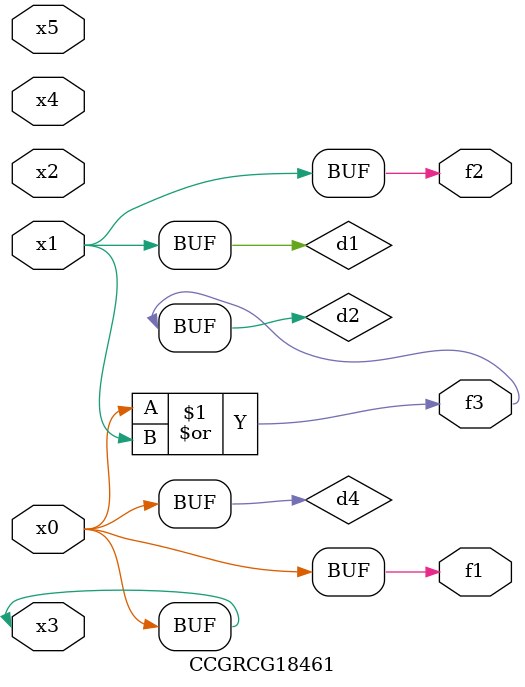
<source format=v>
module CCGRCG18461(
	input x0, x1, x2, x3, x4, x5,
	output f1, f2, f3
);

	wire d1, d2, d3, d4;

	and (d1, x1);
	or (d2, x0, x1);
	nand (d3, x0, x5);
	buf (d4, x0, x3);
	assign f1 = d4;
	assign f2 = d1;
	assign f3 = d2;
endmodule

</source>
